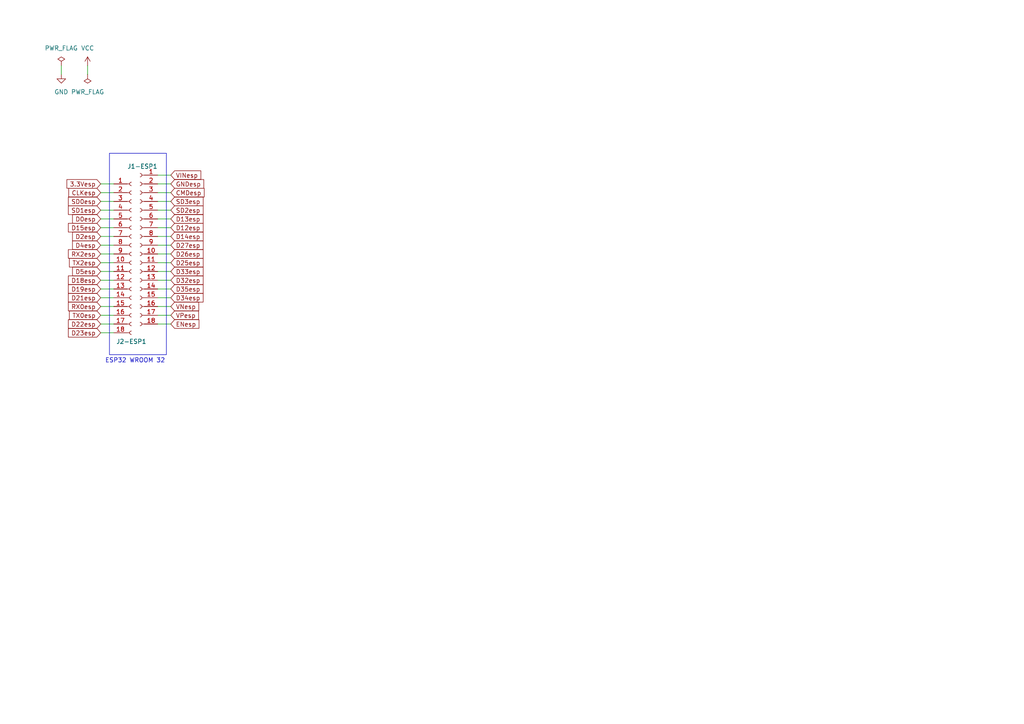
<source format=kicad_sch>
(kicad_sch (version 20230121) (generator eeschema)
  (paper "A4")
  (lib_symbols
    (symbol "Connector:Conn_01x18_Socket" (pin_names (offset 1.016) hide)
      (property "Reference" "J" (at 0 22.86 0))
      (property "Value" "Conn_01x18_Socket" (at 0 -25.4 0))
      (symbol "Conn_01x18_Socket_1_1"
        (arc (start 0 -22.352) (mid -0.5058 -22.86) (end 0 -23.368) (stroke (width 0.1524)))
        (arc (start 0 -19.812) (mid -0.5058 -20.32) (end 0 -20.828) (stroke (width 0.1524)))
        (arc (start 0 -17.272) (mid -0.5058 -17.78) (end 0 -18.288) (stroke (width 0.1524)))
        (arc (start 0 -14.732) (mid -0.5058 -15.24) (end 0 -15.748) (stroke (width 0.1524)))
        (arc (start 0 -12.192) (mid -0.5058 -12.7) (end 0 -13.208) (stroke (width 0.1524)))
        (arc (start 0 -9.652) (mid -0.5058 -10.16) (end 0 -10.668) (stroke (width 0.1524)))
        (arc (start 0 -7.112) (mid -0.5058 -7.62) (end 0 -8.128) (stroke (width 0.1524)))
        (arc (start 0 -4.572) (mid -0.5058 -5.08) (end 0 -5.588) (stroke (width 0.1524)))
        (arc (start 0 -2.032) (mid -0.5058 -2.54) (end 0 -3.048) (stroke (width 0.1524)))
        (polyline (pts (xy -1.27 -22.86) (xy -0.508 -22.86)) (stroke (width 0.1524)))
        (polyline (pts (xy -1.27 -20.32) (xy -0.508 -20.32)) (stroke (width 0.1524)))
        (polyline (pts (xy -1.27 -17.78) (xy -0.508 -17.78)) (stroke (width 0.1524)))
        (polyline (pts (xy -1.27 -15.24) (xy -0.508 -15.24)) (stroke (width 0.1524)))
        (polyline (pts (xy -1.27 -12.7) (xy -0.508 -12.7)) (stroke (width 0.1524)))
        (polyline (pts (xy -1.27 -10.16) (xy -0.508 -10.16)) (stroke (width 0.1524)))
        (polyline (pts (xy -1.27 -7.62) (xy -0.508 -7.62)) (stroke (width 0.1524)))
        (polyline (pts (xy -1.27 -5.08) (xy -0.508 -5.08)) (stroke (width 0.1524)))
        (polyline (pts (xy -1.27 -2.54) (xy -0.508 -2.54)) (stroke (width 0.1524)))
        (polyline (pts (xy -1.27 0) (xy -0.508 0)) (stroke (width 0.1524)))
        (polyline (pts (xy -1.27 2.54) (xy -0.508 2.54)) (stroke (width 0.1524)))
        (polyline (pts (xy -1.27 5.08) (xy -0.508 5.08)) (stroke (width 0.1524)))
        (polyline (pts (xy -1.27 7.62) (xy -0.508 7.62)) (stroke (width 0.1524)))
        (polyline (pts (xy -1.27 10.16) (xy -0.508 10.16)) (stroke (width 0.1524)))
        (polyline (pts (xy -1.27 12.7) (xy -0.508 12.7)) (stroke (width 0.1524)))
        (polyline (pts (xy -1.27 15.24) (xy -0.508 15.24)) (stroke (width 0.1524)))
        (polyline (pts (xy -1.27 17.78) (xy -0.508 17.78)) (stroke (width 0.1524)))
        (polyline (pts (xy -1.27 20.32) (xy -0.508 20.32)) (stroke (width 0.1524)))
        (arc (start 0 0.508) (mid -0.5058 0) (end 0 -0.508) (stroke (width 0.1524)))
        (arc (start 0 3.048) (mid -0.5058 2.54) (end 0 2.032) (stroke (width 0.1524)))
        (arc (start 0 5.588) (mid -0.5058 5.08) (end 0 4.572) (stroke (width 0.1524)))
        (arc (start 0 8.128) (mid -0.5058 7.62) (end 0 7.112) (stroke (width 0.1524)))
        (arc (start 0 10.668) (mid -0.5058 10.16) (end 0 9.652) (stroke (width 0.1524)))
        (arc (start 0 13.208) (mid -0.5058 12.7) (end 0 12.192) (stroke (width 0.1524)))
        (arc (start 0 15.748) (mid -0.5058 15.24) (end 0 14.732) (stroke (width 0.1524)))
        (arc (start 0 18.288) (mid -0.5058 17.78) (end 0 17.272) (stroke (width 0.1524)))
        (arc (start 0 20.828) (mid -0.5058 20.32) (end 0 19.812) (stroke (width 0.1524)))
        (pin passive line (at -5.08 20.32 0) (length 3.81) (name "Pin_1") (number "1"))
        (pin passive line (at -5.08 -2.54 0) (length 3.81) (name "Pin_10") (number "10"))
        (pin passive line (at -5.08 -5.08 0) (length 3.81) (name "Pin_11") (number "11"))
        (pin passive line (at -5.08 -7.62 0) (length 3.81) (name "Pin_12") (number "12"))
        (pin passive line (at -5.08 -10.16 0) (length 3.81) (name "Pin_13") (number "13"))
        (pin passive line (at -5.08 -12.7 0) (length 3.81) (name "Pin_14") (number "14"))
        (pin passive line (at -5.08 -15.24 0) (length 3.81) (name "Pin_15") (number "15"))
        (pin passive line (at -5.08 -17.78 0) (length 3.81) (name "Pin_16") (number "16"))
        (pin passive line (at -5.08 -20.32 0) (length 3.81) (name "Pin_17") (number "17"))
        (pin passive line (at -5.08 -22.86 0) (length 3.81) (name "Pin_18") (number "18"))
        (pin passive line (at -5.08 17.78 0) (length 3.81) (name "Pin_2") (number "2"))
        (pin passive line (at -5.08 15.24 0) (length 3.81) (name "Pin_3") (number "3"))
        (pin passive line (at -5.08 12.7 0) (length 3.81) (name "Pin_4") (number "4"))
        (pin passive line (at -5.08 10.16 0) (length 3.81) (name "Pin_5") (number "5"))
        (pin passive line (at -5.08 7.62 0) (length 3.81) (name "Pin_6") (number "6"))
        (pin passive line (at -5.08 5.08 0) (length 3.81) (name "Pin_7") (number "7"))
        (pin passive line (at -5.08 2.54 0) (length 3.81) (name "Pin_8") (number "8"))
        (pin passive line (at -5.08 0 0) (length 3.81) (name "Pin_9") (number "9"))
      )
    )
    (symbol "power:GND" (power) (pin_names (offset 0))
      (property "Value" "GND" (at 0 -3.81 0))
      (symbol "GND_0_1"
        (polyline (pts (xy 0 0) (xy 0 -1.27) (xy 1.27 -1.27) (xy 0 -2.54) (xy -1.27 -1.27) (xy 0 -1.27)))
      )
      (symbol "GND_1_1"
        (pin power_in line (at 0 0 270) (length 0) hide (name "GND") (number "1"))
      )
    )
    (symbol "power:PWR_FLAG" (power) (pin_numbers hide) (pin_names (offset 0) hide)
      (property "Value" "PWR_FLAG" (at 0 3.81 0))
      (symbol "PWR_FLAG_0_0"
        (pin power_out line (at 0 0 90) (length 0) (name "pwr") (number "1"))
      )
      (symbol "PWR_FLAG_0_1"
        (polyline (pts (xy 0 0) (xy 0 1.27) (xy -1.016 1.905) (xy 0 2.54) (xy 1.016 1.905) (xy 0 1.27)))
      )
    )
    (symbol "power:VCC" (power) (pin_names (offset 0))
      (property "Value" "VCC" (at 0 3.81 0))
      (symbol "VCC_0_1"
        (polyline (pts (xy -0.762 1.27) (xy 0 2.54)))
        (polyline (pts (xy 0 0) (xy 0 2.54)))
        (polyline (pts (xy 0 2.54) (xy 0.762 1.27)))
      )
      (symbol "VCC_1_1"
        (pin power_in line (at 0 0 90) (length 0) hide (name "VCC") (number "1"))
      )
    )
  )
  (wire (pts (xy 49.53 60.96) (xy 45.72 60.96)))
  (wire (pts (xy 49.53 71.12) (xy 45.72 71.12)))
  (wire (pts (xy 29.21 93.98) (xy 33.02 93.98)))
  (wire (pts (xy 29.21 78.74) (xy 33.02 78.74)))
  (wire (pts (xy 29.21 58.42) (xy 33.02 58.42)))
  (wire (pts (xy 29.21 88.9) (xy 33.02 88.9)))
  (wire (pts (xy 49.53 93.98) (xy 45.72 93.98)))
  (wire (pts (xy 49.53 58.42) (xy 45.72 58.42)))
  (wire (pts (xy 29.21 66.04) (xy 33.02 66.04)))
  (wire (pts (xy 49.53 78.74) (xy 45.72 78.74)))
  (wire (pts (xy 49.53 76.2) (xy 45.72 76.2)))
  (wire (pts (xy 49.53 86.36) (xy 45.72 86.36)))
  (wire (pts (xy 49.53 73.66) (xy 45.72 73.66)))
  (wire (pts (xy 49.53 68.58) (xy 45.72 68.58)))
  (wire (pts (xy 29.21 53.34) (xy 33.02 53.34)))
  (wire (pts (xy 29.21 71.12) (xy 33.02 71.12)))
  (wire (pts (xy 29.21 86.36) (xy 33.02 86.36)))
  (wire (pts (xy 49.53 88.9) (xy 45.72 88.9)))
  (wire (pts (xy 29.21 81.28) (xy 33.02 81.28)))
  (wire (pts (xy 29.21 63.5) (xy 33.02 63.5)))
  (wire (pts (xy 25.4 19.05) (xy 25.4 21.59)))
  (wire (pts (xy 29.21 76.2) (xy 33.02 76.2)))
  (wire (pts (xy 49.53 91.44) (xy 45.72 91.44)))
  (wire (pts (xy 49.53 55.88) (xy 45.72 55.88)))
  (wire (pts (xy 17.78 19.05) (xy 17.78 21.59)))
  (wire (pts (xy 29.21 83.82) (xy 33.02 83.82)))
  (wire (pts (xy 29.21 91.44) (xy 33.02 91.44)))
  (wire (pts (xy 45.72 53.34) (xy 49.53 53.34)))
  (wire (pts (xy 49.53 66.04) (xy 45.72 66.04)))
  (wire (pts (xy 49.53 81.28) (xy 45.72 81.28)))
  (wire (pts (xy 29.21 55.88) (xy 33.02 55.88)))
  (wire (pts (xy 49.53 63.5) (xy 45.72 63.5)))
  (wire (pts (xy 29.21 68.58) (xy 33.02 68.58)))
  (wire (pts (xy 29.21 60.96) (xy 33.02 60.96)))
  (wire (pts (xy 29.21 96.52) (xy 33.02 96.52)))
  (wire (pts (xy 29.21 73.66) (xy 33.02 73.66)))
  (wire (pts (xy 49.53 50.8) (xy 45.72 50.8)))
  (wire (pts (xy 49.53 83.82) (xy 45.72 83.82)))
  (rectangle (start 31.75 44.45) (end 48.26 102.87))
  (text "ESP32 WROOM 32" (at 30.48 105.41 0) (effects (font (size 1.27 1.27)) (justify left bottom)))
  (global_label "GNDesp" (shape input) (at 49.53 53.34 0) (property "Intersheetrefs" "${INTERSHEET_REFS}" (effects hide)))
  (global_label "D0esp" (shape input) (at 29.21 63.5 180) (property "Intersheetrefs" "${INTERSHEET_REFS}" (effects hide)))
  (global_label "D18esp" (shape input) (at 29.21 81.28 180) (property "Intersheetrefs" "${INTERSHEET_REFS}" (effects hide)))
  (global_label "D23esp" (shape input) (at 29.21 96.52 180) (property "Intersheetrefs" "${INTERSHEET_REFS}" (effects hide)))
  (global_label "D15esp" (shape input) (at 29.21 66.04 180) (property "Intersheetrefs" "${INTERSHEET_REFS}" (effects hide)))
  (global_label "D34esp" (shape input) (at 49.53 86.36 0) (property "Intersheetrefs" "${INTERSHEET_REFS}" (effects hide)))
  (global_label "D21esp" (shape input) (at 29.21 86.36 180) (property "Intersheetrefs" "${INTERSHEET_REFS}" (effects hide)))
  (global_label "ENesp" (shape input) (at 49.53 93.98 0) (property "Intersheetrefs" "${INTERSHEET_REFS}" (effects hide)))
  (global_label "D33esp" (shape input) (at 49.53 78.74 0) (property "Intersheetrefs" "${INTERSHEET_REFS}" (effects hide)))
  (global_label "CLKesp" (shape input) (at 29.21 55.88 180) (property "Intersheetrefs" "${INTERSHEET_REFS}" (effects hide)))
  (global_label "D4esp" (shape input) (at 29.21 71.12 180) (property "Intersheetrefs" "${INTERSHEET_REFS}" (effects hide)))
  (global_label "SD2esp" (shape input) (at 49.53 60.96 0) (property "Intersheetrefs" "${INTERSHEET_REFS}" (effects hide)))
  (global_label "D22esp" (shape input) (at 29.21 93.98 180) (property "Intersheetrefs" "${INTERSHEET_REFS}" (effects hide)))
  (global_label "VNesp" (shape input) (at 49.53 88.9 0) (property "Intersheetrefs" "${INTERSHEET_REFS}" (effects hide)))
  (global_label "SD3esp" (shape input) (at 49.53 58.42 0) (property "Intersheetrefs" "${INTERSHEET_REFS}" (effects hide)))
  (global_label "D32esp" (shape input) (at 49.53 81.28 0) (property "Intersheetrefs" "${INTERSHEET_REFS}" (effects hide)))
  (global_label "D12esp" (shape input) (at 49.53 66.04 0) (property "Intersheetrefs" "${INTERSHEET_REFS}" (effects hide)))
  (global_label "D26esp" (shape input) (at 49.53 73.66 0) (property "Intersheetrefs" "${INTERSHEET_REFS}" (effects hide)))
  (global_label "3.3Vesp" (shape input) (at 29.21 53.34 180) (property "Intersheetrefs" "${INTERSHEET_REFS}" (effects hide)))
  (global_label "D19esp" (shape input) (at 29.21 83.82 180) (property "Intersheetrefs" "${INTERSHEET_REFS}" (effects hide)))
  (global_label "VPesp" (shape input) (at 49.53 91.44 0) (property "Intersheetrefs" "${INTERSHEET_REFS}" (effects hide)))
  (global_label "D35esp" (shape input) (at 49.53 83.82 0) (property "Intersheetrefs" "${INTERSHEET_REFS}" (effects hide)))
  (global_label "CMDesp" (shape input) (at 49.53 55.88 0) (property "Intersheetrefs" "${INTERSHEET_REFS}" (effects hide)))
  (global_label "D25esp" (shape input) (at 49.53 76.2 0) (property "Intersheetrefs" "${INTERSHEET_REFS}" (effects hide)))
  (global_label "D14esp" (shape input) (at 49.53 68.58 0) (property "Intersheetrefs" "${INTERSHEET_REFS}" (effects hide)))
  (global_label "D5esp" (shape input) (at 29.21 78.74 180) (property "Intersheetrefs" "${INTERSHEET_REFS}" (effects hide)))
  (global_label "D13esp" (shape input) (at 49.53 63.5 0) (property "Intersheetrefs" "${INTERSHEET_REFS}" (effects hide)))
  (global_label "D2esp" (shape input) (at 29.21 68.58 180) (property "Intersheetrefs" "${INTERSHEET_REFS}" (effects hide)))
  (global_label "TX0esp" (shape input) (at 29.21 91.44 180) (property "Intersheetrefs" "${INTERSHEET_REFS}" (effects hide)))
  (global_label "D27esp" (shape input) (at 49.53 71.12 0) (property "Intersheetrefs" "${INTERSHEET_REFS}" (effects hide)))
  (global_label "SD0esp" (shape input) (at 29.21 58.42 180) (property "Intersheetrefs" "${INTERSHEET_REFS}" (effects hide)))
  (global_label "SD1esp" (shape input) (at 29.21 60.96 180) (property "Intersheetrefs" "${INTERSHEET_REFS}" (effects hide)))
  (global_label "RX0esp" (shape input) (at 29.21 88.9 180) (property "Intersheetrefs" "${INTERSHEET_REFS}" (effects hide)))
  (global_label "TX2esp" (shape input) (at 29.21 76.2 180) (property "Intersheetrefs" "${INTERSHEET_REFS}" (effects hide)))
  (global_label "RX2esp" (shape input) (at 29.21 73.66 180) (property "Intersheetrefs" "${INTERSHEET_REFS}" (effects hide)))
  (global_label "VINesp" (shape input) (at 49.53 50.8 0) (property "Intersheetrefs" "${INTERSHEET_REFS}" (effects hide)))
  (symbol (lib_id "power:VCC") (at 25.4 19.05 0) (unit 1)
    (property "Reference" "#PWR02" (effects hide))
    (property "Value" "VCC" (at 25.4 13.97 0))
  )
  (symbol (lib_id "power:PWR_FLAG") (at 17.78 19.05 0) (unit 1)
    (property "Reference" "#FLG01" (effects hide))
    (property "Value" "PWR_FLAG" (at 17.78 13.97 0))
  )
  (symbol (lib_id "Connector:Conn_01x18_Socket") (at 38.1 73.66 0) (unit 1)
    (property "Reference" "J2-ESP1" (at 38.1 99.06 0))
    (property "Value" "Conn_01x18_Socket" (effects hide))
    (property "Footprint" "Connector_PinHeader_2.54mm:PinHeader_1x18_P2.54mm_Vertical" (effects hide))
  )
  (symbol (lib_id "power:GND") (at 17.78 21.59 0) (unit 1)
    (property "Reference" "#PWR01" (effects hide))
    (property "Value" "GND" (at 17.78 26.67 0))
  )
  (symbol (lib_id "power:PWR_FLAG") (at 25.4 21.59 180) (unit 1)
    (property "Reference" "#FLG02" (effects hide))
    (property "Value" "PWR_FLAG" (at 25.4 26.67 0))
  )
  (symbol (lib_id "Connector:Conn_01x18_Socket") (at 40.64 71.12 0) (mirror y) (unit 1)
    (property "Reference" "J1-ESP1" (at 45.72 48.26 0) (effects (justify left)))
    (property "Value" "Conn_01x18_Socket" (effects hide))
    (property "Footprint" "Connector_PinHeader_2.54mm:PinHeader_1x18_P2.54mm_Vertical" (effects hide))
  )
)
</source>
